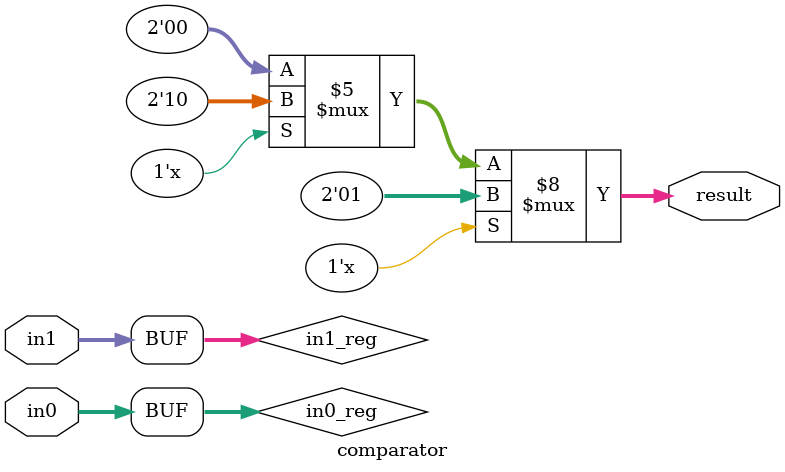
<source format=v>

module comparator (
    input [3:0] in0,
    input [3:0] in1,
    output reg [1:0] result
);

reg [3:0] in0_reg;
reg [3:0] in1_reg;


always @(in0, in1) begin
    in0_reg <= in0;
    in1_reg <= in1;

    if (in0_reg > in1_reg) begin
        result <= 2'b01;
    end else if (in0_reg < in1_reg) begin
        result <= 2'b10;
    end else begin
        result <= 2'b00;
    end
end

endmodule

</source>
